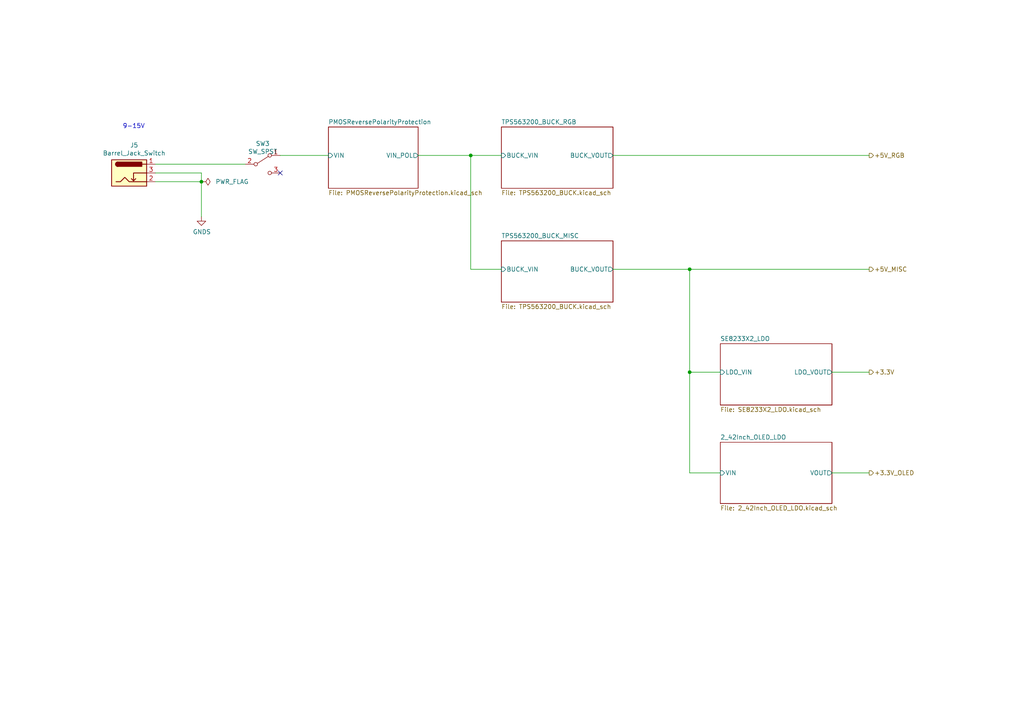
<source format=kicad_sch>
(kicad_sch (version 20211123) (generator eeschema)
  (paper "A4")
  (title_block (title "PSU - 5V and 3.3V") (date "2021-06-05") (rev "A") (company "Created by C Sutton"))
  (lib_symbols
    (symbol "Connector:Barrel_Jack_Switch" (pin_names hide)
      (property "Reference" "J" (at 0 5.334 0))
      (property "Value" "Barrel_Jack_Switch" (at 0 -5.08 0))
      (symbol "Barrel_Jack_Switch_0_1"
        (rectangle (start -5.08 3.81) (end 5.08 -3.81) (stroke (width 0.254)) (fill (type background)))
        (arc (start -3.302 3.175) (mid -3.937 2.54) (end -3.302 1.905) (stroke (width 0.254)))
        (arc (start -3.302 3.175) (mid -3.937 2.54) (end -3.302 1.905) (stroke (width 0.254)) (fill (type outline)))
        (polyline (pts (xy 1.27 -2.286) (xy 1.905 -1.651)) (stroke (width 0.254)))
        (polyline (pts (xy 5.08 2.54) (xy 3.81 2.54)) (stroke (width 0.254)))
        (polyline (pts (xy 5.08 0) (xy 1.27 0) (xy 1.27 -2.286) (xy 0.635 -1.651)) (stroke (width 0.254)))
        (polyline (pts (xy -3.81 -2.54) (xy -2.54 -2.54) (xy -1.27 -1.27) (xy 0 -2.54) (xy 2.54 -2.54) (xy 5.08 -2.54)) (stroke (width 0.254)))
        (rectangle (start 3.683 3.175) (end -3.302 1.905) (stroke (width 0.254)) (fill (type outline)))
      )
      (symbol "Barrel_Jack_Switch_1_1"
        (pin passive line (at 7.62 2.54 180) (length 2.54) (name "~") (number "1"))
        (pin passive line (at 7.62 -2.54 180) (length 2.54) (name "~") (number "2"))
        (pin passive line (at 7.62 0 180) (length 2.54) (name "~") (number "3"))
      )
    )
    (symbol "Switch:SW_SPDT" (pin_names (offset 0) hide)
      (property "Reference" "SW" (at 0 4.318 0))
      (property "Value" "SW_SPDT" (at 0 -5.08 0))
      (symbol "SW_SPDT_0_0"
        (circle (center -2.032 0) (radius 0.508))
        (circle (center 2.032 -2.54) (radius 0.508))
      )
      (symbol "SW_SPDT_0_1"
        (polyline (pts (xy -1.524 0.254) (xy 1.651 2.286)))
        (circle (center 2.032 2.54) (radius 0.508))
      )
      (symbol "SW_SPDT_1_1"
        (pin passive line (at 5.08 2.54 180) (length 2.54) (name "A") (number "1"))
        (pin passive line (at -5.08 0 0) (length 2.54) (name "B") (number "2"))
        (pin passive line (at 5.08 -2.54 180) (length 2.54) (name "C") (number "3"))
      )
    )
    (symbol "power:GNDS" (power) (pin_names (offset 0))
      (property "Value" "GNDS" (at 0 -3.81 0))
      (symbol "GNDS_0_1"
        (polyline (pts (xy 0 0) (xy 0 -1.27) (xy 1.27 -1.27) (xy 0 -2.54) (xy -1.27 -1.27) (xy 0 -1.27)))
      )
      (symbol "GNDS_1_1"
        (pin power_in line (at 0 0 270) (length 0) hide (name "GNDS") (number "1"))
      )
    )
    (symbol "power:PWR_FLAG" (power) (pin_numbers hide) (pin_names (offset 0) hide)
      (property "Value" "PWR_FLAG" (at 0 3.81 0))
      (symbol "PWR_FLAG_0_0"
        (pin power_out line (at 0 0 90) (length 0) (name "pwr") (number "1"))
      )
      (symbol "PWR_FLAG_0_1"
        (polyline (pts (xy 0 0) (xy 0 1.27) (xy -1.016 1.905) (xy 0 2.54) (xy 1.016 1.905) (xy 0 1.27)))
      )
    )
  )
  (junction (at 58.42 52.705))
  (junction (at 200.025 78.105))
  (junction (at 136.525 45.085))
  (junction (at 200.025 107.95))
  (no_connect (at 81.28 50.165))
  (wire (pts (xy 145.415 45.085) (xy 136.525 45.085)))
  (wire (pts (xy 208.915 137.16) (xy 200.025 137.16)))
  (wire (pts (xy 145.415 78.105) (xy 136.525 78.105)))
  (wire (pts (xy 45.085 47.625) (xy 71.12 47.625)))
  (wire (pts (xy 81.28 45.085) (xy 95.25 45.085)))
  (wire (pts (xy 241.3 107.95) (xy 252.095 107.95)))
  (wire (pts (xy 200.025 78.105) (xy 252.095 78.105)))
  (wire (pts (xy 136.525 45.085) (xy 121.285 45.085)))
  (wire (pts (xy 58.42 50.165) (xy 58.42 52.705)))
  (wire (pts (xy 177.8 45.085) (xy 252.095 45.085)))
  (wire (pts (xy 45.085 52.705) (xy 58.42 52.705)))
  (wire (pts (xy 136.525 78.105) (xy 136.525 45.085)))
  (wire (pts (xy 241.3 137.16) (xy 252.095 137.16)))
  (wire (pts (xy 200.025 78.105) (xy 200.025 107.95)))
  (wire (pts (xy 200.025 137.16) (xy 200.025 107.95)))
  (wire (pts (xy 208.915 107.95) (xy 200.025 107.95)))
  (wire (pts (xy 45.085 50.165) (xy 58.42 50.165)))
  (wire (pts (xy 177.8 78.105) (xy 200.025 78.105)))
  (wire (pts (xy 58.42 52.705) (xy 58.42 62.865)))
  (text "9-15V\n" (at 35.56 37.465 0) (effects (font (size 1.27 1.27)) (justify left bottom)))
  (hierarchical_label "+5V_RGB" (shape output) (at 252.095 45.085 0))
  (hierarchical_label "+3.3V_OLED" (shape output) (at 252.095 137.16 0))
  (hierarchical_label "+5V_MISC" (shape output) (at 252.095 78.105 0))
  (hierarchical_label "+3.3V" (shape output) (at 252.095 107.95 0))
  (symbol (lib_id "Connector:Barrel_Jack_Switch") (at 37.465 50.165 0) (unit 1)
    (property "Reference" "J5" (at 38.9128 42.1132 0))
    (property "Value" "Barrel_Jack_Switch" (at 38.9128 44.4246 0))
    (property "Footprint" "Connector_BarrelJack:BarrelJack_Horizontal" (effects hide))
  )
  (symbol (lib_id "power:GNDS") (at 58.42 62.865 0) (unit 1)
    (property "Reference" "#PWR0104" (effects hide))
    (property "Value" "GNDS" (at 58.547 67.2592 0))
  )
  (symbol (lib_id "Switch:SW_SPDT") (at 76.2 47.625 0) (unit 1)
    (property "Reference" "SW3" (at 76.2 41.656 0))
    (property "Value" "SW_SPST" (at 76.2 43.9674 0))
    (property "Footprint" "DailywellSwitches:Dailywell_SPDT" (effects hide))
  )
  (symbol (lib_id "power:PWR_FLAG") (at 58.42 52.705 270) (unit 1)
    (property "Reference" "#FLG0105" (effects hide))
    (property "Value" "PWR_FLAG" (at 67.31 52.705 90))
  )
  (sheet (at 95.25 36.83) (size 26.035 17.78)
    (property "Sheet name" "PMOSReversePolarityProtection" (at 95.25 36.1184 0) (effects (justify left bottom)))
    (property "Sheet file" "PMOSReversePolarityProtection.kicad_sch" (at 95.25 55.1946 0) (effects (justify left top)))
    (pin "VIN" input (at 95.25 45.085 180))
    (pin "VIN_POL" output (at 121.285 45.085 0))
  )
  (sheet (at 145.415 36.83) (size 32.385 17.78)
    (property "Sheet name" "TPS563200_BUCK_RGB" (at 145.415 36.1184 0) (effects (justify left bottom)))
    (property "Sheet file" "TPS563200_BUCK.kicad_sch" (at 145.415 55.1946 0) (effects (justify left top)))
    (pin "BUCK_VIN" input (at 145.415 45.085 180))
    (pin "BUCK_VOUT" output (at 177.8 45.085 0))
  )
  (sheet (at 208.915 99.695) (size 32.385 17.78)
    (property "Sheet name" "SE8233X2_LDO" (at 208.915 98.9834 0) (effects (justify left bottom)))
    (property "Sheet file" "SE8233X2_LDO.kicad_sch" (at 208.915 118.0596 0) (effects (justify left top)))
    (pin "LDO_VIN" input (at 208.915 107.95 180))
    (pin "LDO_VOUT" output (at 241.3 107.95 0))
  )
  (sheet (at 145.415 69.85) (size 32.385 17.78)
    (property "Sheet name" "TPS563200_BUCK_MISC" (at 145.415 69.1384 0) (effects (justify left bottom)))
    (property "Sheet file" "TPS563200_BUCK.kicad_sch" (at 145.415 88.2146 0) (effects (justify left top)))
    (pin "BUCK_VIN" input (at 145.415 78.105 180))
    (pin "BUCK_VOUT" output (at 177.8 78.105 0))
  )
  (sheet (at 208.915 128.27) (size 32.385 17.78)
    (property "Sheet name" "2_42Inch_OLED_LDO" (at 208.915 127.5584 0) (effects (justify left bottom)))
    (property "Sheet file" "2_42Inch_OLED_LDO.kicad_sch" (at 208.915 146.6346 0) (effects (justify left top)))
    (pin "VIN" input (at 208.915 137.16 180))
    (pin "VOUT" output (at 241.3 137.16 0))
  )
)
</source>
